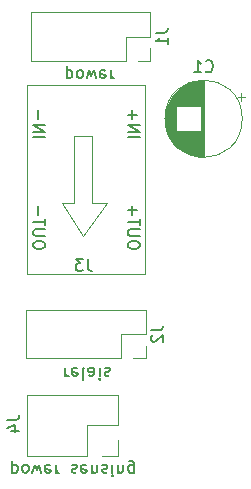
<source format=gbo>
G04 #@! TF.GenerationSoftware,KiCad,Pcbnew,(6.0.11)*
G04 #@! TF.CreationDate,2023-03-19T09:35:33+01:00*
G04 #@! TF.ProjectId,powerbar_pcb,706f7765-7262-4617-925f-7063622e6b69,rev?*
G04 #@! TF.SameCoordinates,Original*
G04 #@! TF.FileFunction,Legend,Bot*
G04 #@! TF.FilePolarity,Positive*
%FSLAX46Y46*%
G04 Gerber Fmt 4.6, Leading zero omitted, Abs format (unit mm)*
G04 Created by KiCad (PCBNEW (6.0.11)) date 2023-03-19 09:35:33*
%MOMM*%
%LPD*%
G01*
G04 APERTURE LIST*
%ADD10C,0.150000*%
%ADD11C,0.120000*%
%ADD12C,1.724000*%
%ADD13R,1.724000X1.724000*%
%ADD14R,1.724000X1.524000*%
%ADD15R,1.600000X1.600000*%
%ADD16C,1.600000*%
%ADD17R,1.350000X1.350000*%
%ADD18O,1.350000X1.350000*%
%ADD19C,1.524000*%
%ADD20R,1.700000X1.700000*%
%ADD21O,1.700000X1.700000*%
G04 APERTURE END LIST*
D10*
X114442857Y-87047619D02*
X114442857Y-87714285D01*
X114442857Y-87523809D02*
X114490476Y-87619047D01*
X114538095Y-87666666D01*
X114633333Y-87714285D01*
X114728571Y-87714285D01*
X115442857Y-87095238D02*
X115347619Y-87047619D01*
X115157142Y-87047619D01*
X115061904Y-87095238D01*
X115014285Y-87190476D01*
X115014285Y-87571428D01*
X115061904Y-87666666D01*
X115157142Y-87714285D01*
X115347619Y-87714285D01*
X115442857Y-87666666D01*
X115490476Y-87571428D01*
X115490476Y-87476190D01*
X115014285Y-87380952D01*
X116061904Y-87047619D02*
X115966666Y-87095238D01*
X115919047Y-87190476D01*
X115919047Y-88047619D01*
X116871428Y-87047619D02*
X116871428Y-87571428D01*
X116823809Y-87666666D01*
X116728571Y-87714285D01*
X116538095Y-87714285D01*
X116442857Y-87666666D01*
X116871428Y-87095238D02*
X116776190Y-87047619D01*
X116538095Y-87047619D01*
X116442857Y-87095238D01*
X116395238Y-87190476D01*
X116395238Y-87285714D01*
X116442857Y-87380952D01*
X116538095Y-87428571D01*
X116776190Y-87428571D01*
X116871428Y-87476190D01*
X117347619Y-87047619D02*
X117347619Y-87714285D01*
X117347619Y-88047619D02*
X117300000Y-88000000D01*
X117347619Y-87952380D01*
X117395238Y-88000000D01*
X117347619Y-88047619D01*
X117347619Y-87952380D01*
X117776190Y-87095238D02*
X117871428Y-87047619D01*
X118061904Y-87047619D01*
X118157142Y-87095238D01*
X118204761Y-87190476D01*
X118204761Y-87238095D01*
X118157142Y-87333333D01*
X118061904Y-87380952D01*
X117919047Y-87380952D01*
X117823809Y-87428571D01*
X117776190Y-87523809D01*
X117776190Y-87571428D01*
X117823809Y-87666666D01*
X117919047Y-87714285D01*
X118061904Y-87714285D01*
X118157142Y-87666666D01*
X109957142Y-95914285D02*
X109957142Y-94914285D01*
X109957142Y-95866666D02*
X110052380Y-95914285D01*
X110242857Y-95914285D01*
X110338095Y-95866666D01*
X110385714Y-95819047D01*
X110433333Y-95723809D01*
X110433333Y-95438095D01*
X110385714Y-95342857D01*
X110338095Y-95295238D01*
X110242857Y-95247619D01*
X110052380Y-95247619D01*
X109957142Y-95295238D01*
X111004761Y-95247619D02*
X110909523Y-95295238D01*
X110861904Y-95342857D01*
X110814285Y-95438095D01*
X110814285Y-95723809D01*
X110861904Y-95819047D01*
X110909523Y-95866666D01*
X111004761Y-95914285D01*
X111147619Y-95914285D01*
X111242857Y-95866666D01*
X111290476Y-95819047D01*
X111338095Y-95723809D01*
X111338095Y-95438095D01*
X111290476Y-95342857D01*
X111242857Y-95295238D01*
X111147619Y-95247619D01*
X111004761Y-95247619D01*
X111671428Y-95914285D02*
X111861904Y-95247619D01*
X112052380Y-95723809D01*
X112242857Y-95247619D01*
X112433333Y-95914285D01*
X113195238Y-95295238D02*
X113100000Y-95247619D01*
X112909523Y-95247619D01*
X112814285Y-95295238D01*
X112766666Y-95390476D01*
X112766666Y-95771428D01*
X112814285Y-95866666D01*
X112909523Y-95914285D01*
X113100000Y-95914285D01*
X113195238Y-95866666D01*
X113242857Y-95771428D01*
X113242857Y-95676190D01*
X112766666Y-95580952D01*
X113671428Y-95247619D02*
X113671428Y-95914285D01*
X113671428Y-95723809D02*
X113719047Y-95819047D01*
X113766666Y-95866666D01*
X113861904Y-95914285D01*
X113957142Y-95914285D01*
X115004761Y-95295238D02*
X115100000Y-95247619D01*
X115290476Y-95247619D01*
X115385714Y-95295238D01*
X115433333Y-95390476D01*
X115433333Y-95438095D01*
X115385714Y-95533333D01*
X115290476Y-95580952D01*
X115147619Y-95580952D01*
X115052380Y-95628571D01*
X115004761Y-95723809D01*
X115004761Y-95771428D01*
X115052380Y-95866666D01*
X115147619Y-95914285D01*
X115290476Y-95914285D01*
X115385714Y-95866666D01*
X116242857Y-95295238D02*
X116147619Y-95247619D01*
X115957142Y-95247619D01*
X115861904Y-95295238D01*
X115814285Y-95390476D01*
X115814285Y-95771428D01*
X115861904Y-95866666D01*
X115957142Y-95914285D01*
X116147619Y-95914285D01*
X116242857Y-95866666D01*
X116290476Y-95771428D01*
X116290476Y-95676190D01*
X115814285Y-95580952D01*
X116719047Y-95914285D02*
X116719047Y-95247619D01*
X116719047Y-95819047D02*
X116766666Y-95866666D01*
X116861904Y-95914285D01*
X117004761Y-95914285D01*
X117100000Y-95866666D01*
X117147619Y-95771428D01*
X117147619Y-95247619D01*
X117576190Y-95295238D02*
X117671428Y-95247619D01*
X117861904Y-95247619D01*
X117957142Y-95295238D01*
X118004761Y-95390476D01*
X118004761Y-95438095D01*
X117957142Y-95533333D01*
X117861904Y-95580952D01*
X117719047Y-95580952D01*
X117623809Y-95628571D01*
X117576190Y-95723809D01*
X117576190Y-95771428D01*
X117623809Y-95866666D01*
X117719047Y-95914285D01*
X117861904Y-95914285D01*
X117957142Y-95866666D01*
X118433333Y-95247619D02*
X118433333Y-95914285D01*
X118433333Y-96247619D02*
X118385714Y-96200000D01*
X118433333Y-96152380D01*
X118480952Y-96200000D01*
X118433333Y-96247619D01*
X118433333Y-96152380D01*
X118909523Y-95914285D02*
X118909523Y-95247619D01*
X118909523Y-95819047D02*
X118957142Y-95866666D01*
X119052380Y-95914285D01*
X119195238Y-95914285D01*
X119290476Y-95866666D01*
X119338095Y-95771428D01*
X119338095Y-95247619D01*
X120242857Y-95914285D02*
X120242857Y-95104761D01*
X120195238Y-95009523D01*
X120147619Y-94961904D01*
X120052380Y-94914285D01*
X119909523Y-94914285D01*
X119814285Y-94961904D01*
X120242857Y-95295238D02*
X120147619Y-95247619D01*
X119957142Y-95247619D01*
X119861904Y-95295238D01*
X119814285Y-95342857D01*
X119766666Y-95438095D01*
X119766666Y-95723809D01*
X119814285Y-95819047D01*
X119861904Y-95866666D01*
X119957142Y-95914285D01*
X120147619Y-95914285D01*
X120242857Y-95866666D01*
X114571428Y-62514285D02*
X114571428Y-61514285D01*
X114571428Y-62466666D02*
X114666666Y-62514285D01*
X114857142Y-62514285D01*
X114952380Y-62466666D01*
X115000000Y-62419047D01*
X115047619Y-62323809D01*
X115047619Y-62038095D01*
X115000000Y-61942857D01*
X114952380Y-61895238D01*
X114857142Y-61847619D01*
X114666666Y-61847619D01*
X114571428Y-61895238D01*
X115619047Y-61847619D02*
X115523809Y-61895238D01*
X115476190Y-61942857D01*
X115428571Y-62038095D01*
X115428571Y-62323809D01*
X115476190Y-62419047D01*
X115523809Y-62466666D01*
X115619047Y-62514285D01*
X115761904Y-62514285D01*
X115857142Y-62466666D01*
X115904761Y-62419047D01*
X115952380Y-62323809D01*
X115952380Y-62038095D01*
X115904761Y-61942857D01*
X115857142Y-61895238D01*
X115761904Y-61847619D01*
X115619047Y-61847619D01*
X116285714Y-62514285D02*
X116476190Y-61847619D01*
X116666666Y-62323809D01*
X116857142Y-61847619D01*
X117047619Y-62514285D01*
X117809523Y-61895238D02*
X117714285Y-61847619D01*
X117523809Y-61847619D01*
X117428571Y-61895238D01*
X117380952Y-61990476D01*
X117380952Y-62371428D01*
X117428571Y-62466666D01*
X117523809Y-62514285D01*
X117714285Y-62514285D01*
X117809523Y-62466666D01*
X117857142Y-62371428D01*
X117857142Y-62276190D01*
X117380952Y-62180952D01*
X118285714Y-61847619D02*
X118285714Y-62514285D01*
X118285714Y-62323809D02*
X118333333Y-62419047D01*
X118380952Y-62466666D01*
X118476190Y-62514285D01*
X118571428Y-62514285D01*
X126326666Y-61917142D02*
X126374285Y-61964761D01*
X126517142Y-62012380D01*
X126612380Y-62012380D01*
X126755238Y-61964761D01*
X126850476Y-61869523D01*
X126898095Y-61774285D01*
X126945714Y-61583809D01*
X126945714Y-61440952D01*
X126898095Y-61250476D01*
X126850476Y-61155238D01*
X126755238Y-61060000D01*
X126612380Y-61012380D01*
X126517142Y-61012380D01*
X126374285Y-61060000D01*
X126326666Y-61107619D01*
X125374285Y-62012380D02*
X125945714Y-62012380D01*
X125660000Y-62012380D02*
X125660000Y-61012380D01*
X125755238Y-61155238D01*
X125850476Y-61250476D01*
X125945714Y-61298095D01*
X121712380Y-83866666D02*
X122426666Y-83866666D01*
X122569523Y-83819047D01*
X122664761Y-83723809D01*
X122712380Y-83580952D01*
X122712380Y-83485714D01*
X121807619Y-84295238D02*
X121760000Y-84342857D01*
X121712380Y-84438095D01*
X121712380Y-84676190D01*
X121760000Y-84771428D01*
X121807619Y-84819047D01*
X121902857Y-84866666D01*
X121998095Y-84866666D01*
X122140952Y-84819047D01*
X122712380Y-84247619D01*
X122712380Y-84866666D01*
X122112380Y-58666666D02*
X122826666Y-58666666D01*
X122969523Y-58619047D01*
X123064761Y-58523809D01*
X123112380Y-58380952D01*
X123112380Y-58285714D01*
X123112380Y-59666666D02*
X123112380Y-59095238D01*
X123112380Y-59380952D02*
X122112380Y-59380952D01*
X122255238Y-59285714D01*
X122350476Y-59190476D01*
X122398095Y-59095238D01*
X116333333Y-77832380D02*
X116333333Y-78546666D01*
X116380952Y-78689523D01*
X116476190Y-78784761D01*
X116619047Y-78832380D01*
X116714285Y-78832380D01*
X115952380Y-77832380D02*
X115333333Y-77832380D01*
X115666666Y-78213333D01*
X115523809Y-78213333D01*
X115428571Y-78260952D01*
X115380952Y-78308571D01*
X115333333Y-78403809D01*
X115333333Y-78641904D01*
X115380952Y-78737142D01*
X115428571Y-78784761D01*
X115523809Y-78832380D01*
X115809523Y-78832380D01*
X115904761Y-78784761D01*
X115952380Y-78737142D01*
X112747619Y-76749047D02*
X112747619Y-76558571D01*
X112700000Y-76463333D01*
X112604761Y-76368095D01*
X112414285Y-76320476D01*
X112080952Y-76320476D01*
X111890476Y-76368095D01*
X111795238Y-76463333D01*
X111747619Y-76558571D01*
X111747619Y-76749047D01*
X111795238Y-76844285D01*
X111890476Y-76939523D01*
X112080952Y-76987142D01*
X112414285Y-76987142D01*
X112604761Y-76939523D01*
X112700000Y-76844285D01*
X112747619Y-76749047D01*
X112747619Y-75891904D02*
X111938095Y-75891904D01*
X111842857Y-75844285D01*
X111795238Y-75796666D01*
X111747619Y-75701428D01*
X111747619Y-75510952D01*
X111795238Y-75415714D01*
X111842857Y-75368095D01*
X111938095Y-75320476D01*
X112747619Y-75320476D01*
X112747619Y-74987142D02*
X112747619Y-74415714D01*
X111747619Y-74701428D02*
X112747619Y-74701428D01*
X112128571Y-74082380D02*
X112128571Y-73320476D01*
X111747619Y-67522857D02*
X112747619Y-67522857D01*
X111747619Y-67046666D02*
X112747619Y-67046666D01*
X111747619Y-66475238D01*
X112747619Y-66475238D01*
X112128571Y-65999047D02*
X112128571Y-65237142D01*
X120747619Y-76749047D02*
X120747619Y-76558571D01*
X120700000Y-76463333D01*
X120604761Y-76368095D01*
X120414285Y-76320476D01*
X120080952Y-76320476D01*
X119890476Y-76368095D01*
X119795238Y-76463333D01*
X119747619Y-76558571D01*
X119747619Y-76749047D01*
X119795238Y-76844285D01*
X119890476Y-76939523D01*
X120080952Y-76987142D01*
X120414285Y-76987142D01*
X120604761Y-76939523D01*
X120700000Y-76844285D01*
X120747619Y-76749047D01*
X120747619Y-75891904D02*
X119938095Y-75891904D01*
X119842857Y-75844285D01*
X119795238Y-75796666D01*
X119747619Y-75701428D01*
X119747619Y-75510952D01*
X119795238Y-75415714D01*
X119842857Y-75368095D01*
X119938095Y-75320476D01*
X120747619Y-75320476D01*
X120747619Y-74987142D02*
X120747619Y-74415714D01*
X119747619Y-74701428D02*
X120747619Y-74701428D01*
X120128571Y-74082380D02*
X120128571Y-73320476D01*
X119747619Y-73701428D02*
X120509523Y-73701428D01*
X119747619Y-67522857D02*
X120747619Y-67522857D01*
X119747619Y-67046666D02*
X120747619Y-67046666D01*
X119747619Y-66475238D01*
X120747619Y-66475238D01*
X120128571Y-65999047D02*
X120128571Y-65237142D01*
X119747619Y-65618095D02*
X120509523Y-65618095D01*
X109552380Y-91466666D02*
X110266666Y-91466666D01*
X110409523Y-91419047D01*
X110504761Y-91323809D01*
X110552380Y-91180952D01*
X110552380Y-91085714D01*
X109885714Y-92371428D02*
X110552380Y-92371428D01*
X109504761Y-92133333D02*
X110219047Y-91895238D01*
X110219047Y-92514285D01*
D11*
X124199000Y-63382000D02*
X124199000Y-64920000D01*
X125119000Y-62899000D02*
X125119000Y-64920000D01*
X124079000Y-67000000D02*
X124079000Y-68444000D01*
X125159000Y-62886000D02*
X125159000Y-64920000D01*
X125960000Y-62736000D02*
X125960000Y-69184000D01*
X125840000Y-67000000D02*
X125840000Y-69175000D01*
X124039000Y-67000000D02*
X124039000Y-68410000D01*
X123639000Y-63916000D02*
X123639000Y-68004000D01*
X124159000Y-67000000D02*
X124159000Y-68508000D01*
X125640000Y-67000000D02*
X125640000Y-69149000D01*
X124279000Y-67000000D02*
X124279000Y-68596000D01*
X125159000Y-67000000D02*
X125159000Y-69034000D01*
X125680000Y-67000000D02*
X125680000Y-69155000D01*
X123879000Y-63655000D02*
X123879000Y-64920000D01*
X125319000Y-67000000D02*
X125319000Y-69081000D01*
X124999000Y-62942000D02*
X124999000Y-64920000D01*
X124719000Y-67000000D02*
X124719000Y-68856000D01*
X125199000Y-67000000D02*
X125199000Y-69046000D01*
X125640000Y-62771000D02*
X125640000Y-64920000D01*
X124239000Y-67000000D02*
X124239000Y-68567000D01*
X125079000Y-67000000D02*
X125079000Y-69007000D01*
X125920000Y-67000000D02*
X125920000Y-69182000D01*
X123999000Y-67000000D02*
X123999000Y-68376000D01*
X124399000Y-63244000D02*
X124399000Y-64920000D01*
X122959000Y-65327000D02*
X122959000Y-66593000D01*
X123759000Y-63778000D02*
X123759000Y-68142000D01*
X124719000Y-63064000D02*
X124719000Y-64920000D01*
X125840000Y-62745000D02*
X125840000Y-64920000D01*
X125439000Y-62810000D02*
X125439000Y-64920000D01*
X124679000Y-63084000D02*
X124679000Y-64920000D01*
X124959000Y-62958000D02*
X124959000Y-64920000D01*
X124039000Y-63510000D02*
X124039000Y-64920000D01*
X124439000Y-67000000D02*
X124439000Y-68702000D01*
X123799000Y-63736000D02*
X123799000Y-68184000D01*
X124359000Y-67000000D02*
X124359000Y-68650000D01*
X123599000Y-63965000D02*
X123599000Y-67955000D01*
X125600000Y-62778000D02*
X125600000Y-64920000D01*
X125760000Y-67000000D02*
X125760000Y-69166000D01*
X123959000Y-63580000D02*
X123959000Y-64920000D01*
X124679000Y-67000000D02*
X124679000Y-68836000D01*
X125079000Y-62913000D02*
X125079000Y-64920000D01*
X124479000Y-67000000D02*
X124479000Y-68726000D01*
X129660241Y-64121000D02*
X129030241Y-64121000D01*
X124839000Y-63008000D02*
X124839000Y-64920000D01*
X125239000Y-67000000D02*
X125239000Y-69058000D01*
X124319000Y-63296000D02*
X124319000Y-64920000D01*
X125119000Y-67000000D02*
X125119000Y-69021000D01*
X124959000Y-67000000D02*
X124959000Y-68962000D01*
X122919000Y-65558000D02*
X122919000Y-66362000D01*
X123359000Y-64310000D02*
X123359000Y-67610000D01*
X123919000Y-63617000D02*
X123919000Y-64920000D01*
X125560000Y-62785000D02*
X125560000Y-64920000D01*
X125720000Y-67000000D02*
X125720000Y-69161000D01*
X124239000Y-63353000D02*
X124239000Y-64920000D01*
X123839000Y-63695000D02*
X123839000Y-68225000D01*
X124919000Y-62974000D02*
X124919000Y-64920000D01*
X124879000Y-62990000D02*
X124879000Y-64920000D01*
X124559000Y-63148000D02*
X124559000Y-64920000D01*
X123279000Y-64451000D02*
X123279000Y-67469000D01*
X126160000Y-62730000D02*
X126160000Y-69190000D01*
X125199000Y-62874000D02*
X125199000Y-64920000D01*
X123679000Y-63868000D02*
X123679000Y-68052000D01*
X124439000Y-63218000D02*
X124439000Y-64920000D01*
X123159000Y-64698000D02*
X123159000Y-67222000D01*
X123959000Y-67000000D02*
X123959000Y-68340000D01*
X125800000Y-62749000D02*
X125800000Y-64920000D01*
X123039000Y-65020000D02*
X123039000Y-66900000D01*
X125039000Y-67000000D02*
X125039000Y-68993000D01*
X124599000Y-63126000D02*
X124599000Y-64920000D01*
X123559000Y-64016000D02*
X123559000Y-67904000D01*
X123439000Y-64184000D02*
X123439000Y-67736000D01*
X124319000Y-67000000D02*
X124319000Y-68624000D01*
X125279000Y-67000000D02*
X125279000Y-69070000D01*
X126000000Y-62733000D02*
X126000000Y-69187000D01*
X125680000Y-62765000D02*
X125680000Y-64920000D01*
X125880000Y-62742000D02*
X125880000Y-64920000D01*
X123719000Y-63823000D02*
X123719000Y-68097000D01*
X124519000Y-67000000D02*
X124519000Y-68750000D01*
X124839000Y-67000000D02*
X124839000Y-68912000D01*
X123319000Y-64379000D02*
X123319000Y-67541000D01*
X125880000Y-67000000D02*
X125880000Y-69178000D01*
X125800000Y-67000000D02*
X125800000Y-69171000D01*
X123399000Y-64246000D02*
X123399000Y-67674000D01*
X125560000Y-67000000D02*
X125560000Y-69135000D01*
X126120000Y-62730000D02*
X126120000Y-69190000D01*
X124079000Y-63476000D02*
X124079000Y-64920000D01*
X125239000Y-62862000D02*
X125239000Y-64920000D01*
X122999000Y-65158000D02*
X122999000Y-66762000D01*
X124399000Y-67000000D02*
X124399000Y-68676000D01*
X125760000Y-62754000D02*
X125760000Y-64920000D01*
X124879000Y-67000000D02*
X124879000Y-68930000D01*
X124159000Y-63412000D02*
X124159000Y-64920000D01*
X125480000Y-67000000D02*
X125480000Y-69119000D01*
X123519000Y-64070000D02*
X123519000Y-67850000D01*
X124279000Y-63324000D02*
X124279000Y-64920000D01*
X125520000Y-67000000D02*
X125520000Y-69127000D01*
X124519000Y-63170000D02*
X124519000Y-64920000D01*
X124919000Y-67000000D02*
X124919000Y-68946000D01*
X123199000Y-64610000D02*
X123199000Y-67310000D01*
X125600000Y-67000000D02*
X125600000Y-69142000D01*
X125920000Y-62738000D02*
X125920000Y-64920000D01*
X125520000Y-62793000D02*
X125520000Y-64920000D01*
X129345241Y-63806000D02*
X129345241Y-64436000D01*
X124639000Y-67000000D02*
X124639000Y-68816000D01*
X125399000Y-67000000D02*
X125399000Y-69101000D01*
X124759000Y-67000000D02*
X124759000Y-68876000D01*
X123239000Y-64528000D02*
X123239000Y-67392000D01*
X124599000Y-67000000D02*
X124599000Y-68794000D01*
X124119000Y-63444000D02*
X124119000Y-64920000D01*
X123479000Y-64126000D02*
X123479000Y-67794000D01*
X124479000Y-63194000D02*
X124479000Y-64920000D01*
X123079000Y-64901000D02*
X123079000Y-67019000D01*
X124799000Y-63026000D02*
X124799000Y-64920000D01*
X125359000Y-67000000D02*
X125359000Y-69091000D01*
X123999000Y-63544000D02*
X123999000Y-64920000D01*
X125039000Y-62927000D02*
X125039000Y-64920000D01*
X123919000Y-67000000D02*
X123919000Y-68303000D01*
X124359000Y-63270000D02*
X124359000Y-64920000D01*
X126080000Y-62730000D02*
X126080000Y-69190000D01*
X125279000Y-62850000D02*
X125279000Y-64920000D01*
X123879000Y-67000000D02*
X123879000Y-68265000D01*
X124199000Y-67000000D02*
X124199000Y-68538000D01*
X124759000Y-63044000D02*
X124759000Y-64920000D01*
X125439000Y-67000000D02*
X125439000Y-69110000D01*
X124119000Y-67000000D02*
X124119000Y-68476000D01*
X125319000Y-62839000D02*
X125319000Y-64920000D01*
X123119000Y-64795000D02*
X123119000Y-67125000D01*
X125720000Y-62759000D02*
X125720000Y-64920000D01*
X124999000Y-67000000D02*
X124999000Y-68978000D01*
X125359000Y-62829000D02*
X125359000Y-64920000D01*
X125399000Y-62819000D02*
X125399000Y-64920000D01*
X124799000Y-67000000D02*
X124799000Y-68894000D01*
X124639000Y-63104000D02*
X124639000Y-64920000D01*
X125480000Y-62801000D02*
X125480000Y-64920000D01*
X124559000Y-67000000D02*
X124559000Y-68772000D01*
X126040000Y-62732000D02*
X126040000Y-69188000D01*
X129430000Y-65960000D02*
G75*
G03*
X129430000Y-65960000I-3270000J0D01*
G01*
X111140000Y-86260000D02*
X111140000Y-82140000D01*
X119200000Y-86260000D02*
X111140000Y-86260000D01*
X119200000Y-84200000D02*
X121260000Y-84200000D01*
X121260000Y-82140000D02*
X111140000Y-82140000D01*
X121260000Y-84200000D02*
X121260000Y-82140000D01*
X119200000Y-86260000D02*
X119200000Y-84200000D01*
X120200000Y-86260000D02*
X121260000Y-86260000D01*
X121260000Y-86260000D02*
X121260000Y-85200000D01*
X121660000Y-56940000D02*
X111540000Y-56940000D01*
X121660000Y-61060000D02*
X121660000Y-60000000D01*
X120600000Y-61060000D02*
X121660000Y-61060000D01*
X111540000Y-61060000D02*
X111540000Y-56940000D01*
X119600000Y-61060000D02*
X111540000Y-61060000D01*
X119600000Y-61060000D02*
X119600000Y-59000000D01*
X119600000Y-59000000D02*
X121660000Y-59000000D01*
X121660000Y-59000000D02*
X121660000Y-56940000D01*
X115950000Y-75880000D02*
X114200000Y-73130000D01*
X111200000Y-79130000D02*
X111200000Y-63130000D01*
X116700000Y-67380000D02*
X116700000Y-73130000D01*
X117950000Y-73130000D02*
X115950000Y-75880000D01*
X121200000Y-63130000D02*
X121200000Y-79130000D01*
X116700000Y-73130000D02*
X117950000Y-73130000D01*
X115200000Y-73130000D02*
X115200000Y-67380000D01*
X111200000Y-63130000D02*
X121200000Y-63130000D01*
X121200000Y-79130000D02*
X111200000Y-79130000D01*
X114200000Y-73130000D02*
X115200000Y-73130000D01*
X115200000Y-67380000D02*
X116700000Y-67380000D01*
X116330000Y-94530000D02*
X116330000Y-91930000D01*
X118930000Y-89330000D02*
X111190000Y-89330000D01*
X118930000Y-94530000D02*
X118930000Y-93200000D01*
X116330000Y-94530000D02*
X111190000Y-94530000D01*
X111190000Y-94530000D02*
X111190000Y-89330000D01*
X118930000Y-91930000D02*
X118930000Y-89330000D01*
X117600000Y-94530000D02*
X118930000Y-94530000D01*
X116330000Y-91930000D02*
X118930000Y-91930000D01*
%LPC*%
D12*
X104500000Y-70580000D03*
D13*
X104500000Y-73120000D03*
D12*
X104500000Y-75660000D03*
X104500000Y-78200000D03*
X104500000Y-80740000D03*
X104500000Y-83280000D03*
X104500000Y-85820000D03*
X104500000Y-88360000D03*
D13*
X104500000Y-90900000D03*
D12*
X104500000Y-93440000D03*
D13*
X104500000Y-95980000D03*
D12*
X127360000Y-70580000D03*
X127360000Y-73120000D03*
X127360000Y-75660000D03*
D14*
X127360000Y-78200000D03*
D12*
X127360000Y-80740000D03*
X127360000Y-83280000D03*
X127360000Y-85820000D03*
X127360000Y-88360000D03*
X127360000Y-90900000D03*
X127360000Y-93440000D03*
X127360000Y-95980000D03*
D15*
X127410000Y-65960000D03*
D16*
X124910000Y-65960000D03*
D17*
X120200000Y-85200000D03*
D18*
X120200000Y-83200000D03*
X118200000Y-85200000D03*
X118200000Y-83200000D03*
X116200000Y-85200000D03*
X116200000Y-83200000D03*
X114200000Y-85200000D03*
X114200000Y-83200000D03*
X112200000Y-85200000D03*
X112200000Y-83200000D03*
D17*
X120600000Y-60000000D03*
D18*
X120600000Y-58000000D03*
X118600000Y-60000000D03*
X118600000Y-58000000D03*
X116600000Y-60000000D03*
X116600000Y-58000000D03*
X114600000Y-60000000D03*
X114600000Y-58000000D03*
X112600000Y-60000000D03*
X112600000Y-58000000D03*
D19*
X120200000Y-64130000D03*
X112200000Y-64130000D03*
X120200000Y-78130000D03*
X112200000Y-78130000D03*
D20*
X117600000Y-93200000D03*
D21*
X117600000Y-90660000D03*
X115060000Y-93200000D03*
X115060000Y-90660000D03*
X112520000Y-93200000D03*
X112520000Y-90660000D03*
M02*

</source>
